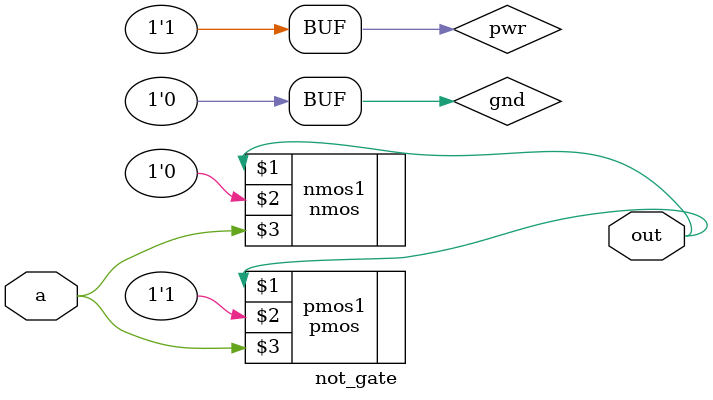
<source format=v>
module half_adder(a, b, c_out, s);
  input wire a;
  input wire b;
  output wire c_out;
  output wire s;

  // xor_gate xor_gate1(a, b, s);
  and_gate and_gate1(a, b, c_out);
  // inout
endmodule

module and_gate(a, b, out);
  input wire a, b;
  output wire out;

  wire nand_out;

  nand_gate nand_gate1(a, b, nand_out);
  not_gate not_gate1(nand_out, out);
endmodule

module nand_gate(a, b, out);
  input wire a, b;
  output out;

  supply1 pwr;
  supply0 gnd;

  wire nmos1_out;

  pmos pmos1(out, pwr, a);
  pmos pmos2(out, pwr, b);

  nmos nmos1(nmos1_out, gnd, b);
  nmos nmos2(out, nmos1_out, a);
  // pmos pmos1(out, pwr, a);
  // nmos nmos1(out, gnd, a);
endmodule


module not_gate(a, out);
  input wire a;
  output out;

  supply1 pwr;
  supply0 gnd;

  // 1 - сток, 2 - исток, 3 - база
  pmos pmos1(out, pwr, a);
  nmos nmos1(out, gnd, a);
endmodule

</source>
